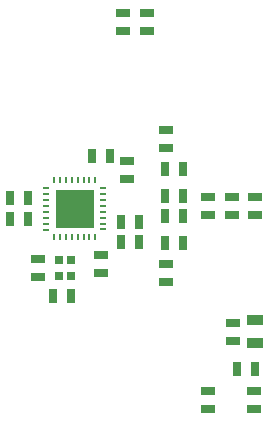
<source format=gtp>
%TF.GenerationSoftware,KiCad,Pcbnew,5.99.0-unknown-r19092-42a2f134*%
%TF.CreationDate,2020-07-22T08:57:51-04:00*%
%TF.ProjectId,rfid,72666964-2e6b-4696-9361-645f70636258,rev?*%
%TF.SameCoordinates,Original*%
%TF.FileFunction,Paste,Top*%
%TF.FilePolarity,Positive*%
%FSLAX45Y45*%
G04 Gerber Fmt 4.5, Leading zero omitted, Abs format (unit mm)*
G04 Created by KiCad (PCBNEW 5.99.0-unknown-r19092-42a2f134) date 2020-07-22 08:57:51*
%MOMM*%
%LPD*%
G01*
G04 APERTURE LIST*
%ADD10R,1.143000X0.635000*%
%ADD11R,0.635000X1.143000*%
%ADD12R,1.397000X0.889000*%
%ADD13R,0.599440X0.248920*%
%ADD14R,0.248920X0.599440*%
%ADD15R,3.299460X3.299460*%
%ADD16R,0.700000X0.750000*%
G04 APERTURE END LIST*
D10*
%TO.C,C1*%
X16090000Y-8973800D03*
X16090000Y-9126200D03*
%TD*%
D11*
%TO.C,C2*%
X16366200Y-9290000D03*
X16213800Y-9290000D03*
%TD*%
D10*
%TO.C,C3*%
X17920000Y-10093800D03*
X17920000Y-10246200D03*
%TD*%
%TO.C,C4*%
X17740000Y-9666200D03*
X17740000Y-9513800D03*
%TD*%
D11*
%TO.C,C5*%
X16543800Y-8106796D03*
X16696200Y-8106796D03*
%TD*%
D10*
%TO.C,C6*%
X16620000Y-8943800D03*
X16620000Y-9096200D03*
%TD*%
%TO.C,C7*%
X16843803Y-8296200D03*
X16843803Y-8143800D03*
%TD*%
%TO.C,C8*%
X17530000Y-10093800D03*
X17530000Y-10246200D03*
%TD*%
D12*
%TO.C,C9*%
X17930000Y-9685250D03*
X17930000Y-9494750D03*
%TD*%
D10*
%TO.C,C10*%
X17170000Y-9166200D03*
X17170000Y-9013800D03*
%TD*%
%TO.C,C11*%
X17170000Y-7883800D03*
X17170000Y-8036200D03*
%TD*%
D11*
%TO.C,C12*%
X17316200Y-8840000D03*
X17163800Y-8840000D03*
%TD*%
%TO.C,C13*%
X17316200Y-8210000D03*
X17163800Y-8210000D03*
%TD*%
D10*
%TO.C,C14*%
X17530000Y-8606200D03*
X17530000Y-8453800D03*
%TD*%
%TO.C,C15*%
X17730000Y-8606200D03*
X17730000Y-8453800D03*
%TD*%
D11*
%TO.C,L1*%
X17773800Y-9910000D03*
X17926200Y-9910000D03*
%TD*%
D10*
%TO.C,R1*%
X16810000Y-6893800D03*
X16810000Y-7046200D03*
%TD*%
D11*
%TO.C,R2*%
X16006200Y-8460000D03*
X15853800Y-8460000D03*
%TD*%
%TO.C,R3*%
X16006200Y-8640000D03*
X15853800Y-8640000D03*
%TD*%
D10*
%TO.C,R4*%
X17010000Y-6893800D03*
X17010000Y-7046200D03*
%TD*%
D11*
%TO.C,R5*%
X16946200Y-8660000D03*
X16793800Y-8660000D03*
%TD*%
%TO.C,R6*%
X17316200Y-8440000D03*
X17163800Y-8440000D03*
%TD*%
%TO.C,R7*%
X17316200Y-8610000D03*
X17163800Y-8610000D03*
%TD*%
%TO.C,R8*%
X16946200Y-8830000D03*
X16793800Y-8830000D03*
%TD*%
D10*
%TO.C,R9*%
X17930000Y-8606200D03*
X17930000Y-8453800D03*
%TD*%
D13*
%TO.C,U1*%
X16639776Y-8724752D03*
X16639776Y-8674714D03*
X16639776Y-8624676D03*
X16639776Y-8574638D03*
X16639776Y-8524854D03*
X16639776Y-8474816D03*
X16639776Y-8424778D03*
X16639776Y-8374740D03*
D14*
X16375108Y-8309716D03*
X16325324Y-8309716D03*
X16275286Y-8309716D03*
X16225248Y-8309716D03*
D15*
X16400000Y-8550000D03*
D14*
X16575006Y-8309716D03*
X16524968Y-8309716D03*
X16474930Y-8309716D03*
X16425146Y-8309716D03*
D13*
X16160224Y-8375248D03*
X16159970Y-8425286D03*
X16159970Y-8475070D03*
X16159970Y-8525108D03*
X16159970Y-8575146D03*
X16159970Y-8625184D03*
X16159970Y-8675222D03*
X16159970Y-8725260D03*
D14*
X16224994Y-8790030D03*
X16275032Y-8790030D03*
X16325070Y-8790030D03*
X16374854Y-8790030D03*
X16424892Y-8790030D03*
X16474930Y-8790030D03*
X16524968Y-8790030D03*
X16575006Y-8790030D03*
%TD*%
D16*
%TO.C,G1*%
X16270000Y-8982500D03*
X16270000Y-9117500D03*
X16370000Y-9117500D03*
X16370000Y-8982500D03*
%TD*%
M02*

</source>
